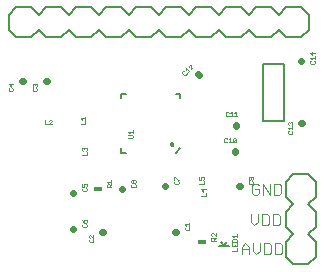
<source format=gto>
G75*
G70*
%OFA0B0*%
%FSLAX24Y24*%
%IPPOS*%
%LPD*%
%AMOC8*
5,1,8,0,0,1.08239X$1,22.5*
%
%ADD10C,0.0030*%
%ADD11C,0.0050*%
%ADD12C,0.0010*%
%ADD13C,0.0220*%
%ADD14R,0.0300X0.0180*%
%ADD15C,0.0080*%
D10*
X008440Y000743D02*
X008440Y000990D01*
X008564Y001114D01*
X008687Y000990D01*
X008687Y000743D01*
X008809Y000867D02*
X008932Y000743D01*
X009056Y000867D01*
X009056Y001114D01*
X009177Y001114D02*
X009362Y001114D01*
X009424Y001052D01*
X009424Y000805D01*
X009362Y000743D01*
X009177Y000743D01*
X009177Y001114D01*
X009545Y001114D02*
X009730Y001114D01*
X009792Y001052D01*
X009792Y000805D01*
X009730Y000743D01*
X009545Y000743D01*
X009545Y001114D01*
X008809Y001114D02*
X008809Y000867D01*
X008687Y000928D02*
X008440Y000928D01*
X008864Y001707D02*
X008987Y001830D01*
X008987Y002077D01*
X009109Y002077D02*
X009294Y002077D01*
X009356Y002016D01*
X009356Y001769D01*
X009294Y001707D01*
X009109Y001707D01*
X009109Y002077D01*
X009477Y002077D02*
X009662Y002077D01*
X009724Y002016D01*
X009724Y001769D01*
X009662Y001707D01*
X009477Y001707D01*
X009477Y002077D01*
X008864Y001707D02*
X008740Y001830D01*
X008740Y002077D01*
X008834Y002731D02*
X008772Y002792D01*
X008772Y003039D01*
X008834Y003101D01*
X008957Y003101D01*
X009019Y003039D01*
X009019Y002916D02*
X008895Y002916D01*
X009019Y002916D02*
X009019Y002792D01*
X008957Y002731D01*
X008834Y002731D01*
X009140Y002731D02*
X009140Y003101D01*
X009387Y002731D01*
X009387Y003101D01*
X009508Y003101D02*
X009694Y003101D01*
X009755Y003039D01*
X009755Y002792D01*
X009694Y002731D01*
X009508Y002731D01*
X009508Y003101D01*
D11*
X009861Y005176D02*
X009152Y005176D01*
X009152Y007105D01*
X009861Y007105D01*
X009861Y005176D01*
X006396Y005944D02*
X006396Y006101D01*
X006239Y006101D01*
X004585Y006101D02*
X004428Y006101D01*
X004428Y005944D01*
X006082Y004408D02*
X006084Y004420D01*
X006089Y004431D01*
X006098Y004440D01*
X006109Y004445D01*
X006121Y004447D01*
X006133Y004445D01*
X006144Y004440D01*
X006153Y004431D01*
X006158Y004420D01*
X006160Y004408D01*
X006158Y004396D01*
X006153Y004385D01*
X006144Y004376D01*
X006133Y004371D01*
X006121Y004369D01*
X006109Y004371D01*
X006098Y004376D01*
X006089Y004385D01*
X006084Y004396D01*
X006082Y004408D01*
X006239Y004133D02*
X006396Y004290D01*
X004585Y004133D02*
X004428Y004133D01*
X004428Y004290D01*
D12*
X004647Y004622D02*
X004781Y004622D01*
X004807Y004649D01*
X004807Y004702D01*
X004781Y004729D01*
X004647Y004729D01*
X004700Y004779D02*
X004647Y004832D01*
X004807Y004832D01*
X004807Y004779D02*
X004807Y004885D01*
X003229Y005091D02*
X003229Y005191D01*
X003229Y005238D02*
X003229Y005338D01*
X003229Y005288D02*
X003079Y005288D01*
X003129Y005238D01*
X003079Y005091D02*
X003229Y005091D01*
X003219Y004303D02*
X003244Y004303D01*
X003269Y004278D01*
X003269Y004228D01*
X003244Y004203D01*
X003269Y004156D02*
X003269Y004055D01*
X003119Y004055D01*
X003144Y004203D02*
X003119Y004228D01*
X003119Y004278D01*
X003144Y004303D01*
X003169Y004303D01*
X003194Y004278D01*
X003219Y004303D01*
X003194Y004278D02*
X003194Y004253D01*
X002118Y005076D02*
X002018Y005076D01*
X002118Y005176D01*
X002118Y005201D01*
X002093Y005226D01*
X002043Y005226D01*
X002018Y005201D01*
X001970Y005076D02*
X001870Y005076D01*
X001870Y005226D01*
X001598Y006189D02*
X001623Y006214D01*
X001623Y006265D01*
X001598Y006290D01*
X001598Y006337D02*
X001623Y006362D01*
X001623Y006412D01*
X001598Y006437D01*
X001573Y006437D01*
X001548Y006412D01*
X001548Y006387D01*
X001548Y006412D02*
X001523Y006437D01*
X001498Y006437D01*
X001473Y006412D01*
X001473Y006362D01*
X001498Y006337D01*
X001498Y006290D02*
X001473Y006265D01*
X001473Y006214D01*
X001498Y006189D01*
X001598Y006189D01*
X000816Y006214D02*
X000816Y006265D01*
X000791Y006290D01*
X000741Y006337D02*
X000741Y006437D01*
X000816Y006412D02*
X000666Y006412D01*
X000741Y006337D01*
X000691Y006290D02*
X000666Y006265D01*
X000666Y006214D01*
X000691Y006189D01*
X000791Y006189D01*
X000816Y006214D01*
X004096Y003220D02*
X004096Y003120D01*
X004096Y003073D02*
X004046Y003023D01*
X004046Y003048D02*
X004046Y002973D01*
X004096Y002973D02*
X003945Y002973D01*
X003945Y003048D01*
X003970Y003073D01*
X004021Y003073D01*
X004046Y003048D01*
X003996Y003120D02*
X003945Y003170D01*
X004096Y003170D01*
X004753Y003145D02*
X004753Y003195D01*
X004778Y003220D01*
X004803Y003220D01*
X004828Y003195D01*
X004828Y003145D01*
X004803Y003120D01*
X004778Y003120D01*
X004753Y003145D01*
X004828Y003145D02*
X004853Y003120D01*
X004878Y003120D01*
X004903Y003145D01*
X004903Y003195D01*
X004878Y003220D01*
X004853Y003220D01*
X004828Y003195D01*
X004878Y003073D02*
X004903Y003048D01*
X004903Y002998D01*
X004878Y002973D01*
X004778Y002973D01*
X004753Y002998D01*
X004753Y003048D01*
X004778Y003073D01*
X006190Y003116D02*
X006215Y003091D01*
X006315Y003091D01*
X006340Y003116D01*
X006340Y003166D01*
X006315Y003191D01*
X006315Y003238D02*
X006340Y003238D01*
X006315Y003238D02*
X006215Y003338D01*
X006190Y003338D01*
X006190Y003238D01*
X006215Y003191D02*
X006190Y003166D01*
X006190Y003116D01*
X007016Y003091D02*
X007166Y003091D01*
X007166Y003191D01*
X007141Y003238D02*
X007166Y003263D01*
X007166Y003313D01*
X007141Y003338D01*
X007091Y003338D01*
X007066Y003313D01*
X007066Y003288D01*
X007091Y003238D01*
X007016Y003238D01*
X007016Y003338D01*
X007158Y002933D02*
X007158Y002833D01*
X007083Y002908D01*
X007233Y002908D01*
X007233Y002786D02*
X007233Y002686D01*
X007083Y002686D01*
X006694Y001803D02*
X006694Y001703D01*
X006694Y001753D02*
X006544Y001753D01*
X006594Y001703D01*
X006569Y001656D02*
X006544Y001630D01*
X006544Y001580D01*
X006569Y001555D01*
X006669Y001555D01*
X006694Y001580D01*
X006694Y001630D01*
X006669Y001656D01*
X007429Y001423D02*
X007429Y001373D01*
X007454Y001348D01*
X007454Y001301D02*
X007429Y001276D01*
X007429Y001201D01*
X007579Y001201D01*
X007529Y001201D02*
X007529Y001276D01*
X007504Y001301D01*
X007454Y001301D01*
X007529Y001251D02*
X007579Y001301D01*
X007579Y001348D02*
X007479Y001449D01*
X007454Y001449D01*
X007429Y001423D01*
X007579Y001449D02*
X007579Y001348D01*
X008131Y001359D02*
X008181Y001309D01*
X008156Y001262D02*
X008131Y001237D01*
X008131Y001162D01*
X008281Y001162D01*
X008281Y001237D01*
X008256Y001262D01*
X008156Y001262D01*
X008131Y001359D02*
X008281Y001359D01*
X008281Y001309D02*
X008281Y001409D01*
X008281Y001114D02*
X008281Y001014D01*
X008131Y001014D01*
X008131Y001114D01*
X008206Y001064D02*
X008206Y001014D01*
X008281Y000967D02*
X008281Y000867D01*
X008131Y000867D01*
X008695Y003091D02*
X008670Y003116D01*
X008670Y003166D01*
X008695Y003191D01*
X008695Y003238D02*
X008720Y003238D01*
X008745Y003263D01*
X008745Y003338D01*
X008795Y003338D02*
X008695Y003338D01*
X008670Y003313D01*
X008670Y003263D01*
X008695Y003238D01*
X008795Y003238D02*
X008820Y003263D01*
X008820Y003313D01*
X008795Y003338D01*
X008795Y003191D02*
X008820Y003166D01*
X008820Y003116D01*
X008795Y003091D01*
X008695Y003091D01*
X008232Y004477D02*
X008182Y004477D01*
X008157Y004502D01*
X008257Y004602D01*
X008257Y004502D01*
X008232Y004477D01*
X008157Y004502D02*
X008157Y004602D01*
X008182Y004627D01*
X008232Y004627D01*
X008257Y004602D01*
X008110Y004477D02*
X008010Y004477D01*
X008060Y004477D02*
X008060Y004627D01*
X008010Y004577D01*
X007963Y004602D02*
X007938Y004627D01*
X007888Y004627D01*
X007863Y004602D01*
X007863Y004502D01*
X007888Y004477D01*
X007938Y004477D01*
X007963Y004502D01*
X007977Y005343D02*
X008002Y005368D01*
X007977Y005343D02*
X007927Y005343D01*
X007902Y005368D01*
X007902Y005468D01*
X007927Y005494D01*
X007977Y005494D01*
X008002Y005468D01*
X008049Y005443D02*
X008099Y005494D01*
X008099Y005343D01*
X008049Y005343D02*
X008149Y005343D01*
X008197Y005343D02*
X008297Y005343D01*
X008247Y005343D02*
X008247Y005494D01*
X008197Y005443D01*
X006721Y006877D02*
X006650Y006806D01*
X006686Y006842D02*
X006580Y006948D01*
X006580Y006877D01*
X006528Y006861D02*
X006493Y006861D01*
X006458Y006826D01*
X006458Y006791D01*
X006528Y006720D01*
X006564Y006720D01*
X006599Y006755D01*
X006599Y006791D01*
X006755Y006910D02*
X006825Y006981D01*
X006755Y006910D02*
X006755Y007052D01*
X006737Y007070D01*
X006701Y007070D01*
X006666Y007034D01*
X006666Y006999D01*
X009976Y005138D02*
X010001Y005163D01*
X010026Y005163D01*
X010051Y005138D01*
X010076Y005163D01*
X010101Y005163D01*
X010126Y005138D01*
X010126Y005088D01*
X010101Y005063D01*
X010126Y005016D02*
X010126Y004916D01*
X010126Y004966D02*
X009976Y004966D01*
X010026Y004916D01*
X010001Y004868D02*
X009976Y004843D01*
X009976Y004793D01*
X010001Y004768D01*
X010101Y004768D01*
X010126Y004793D01*
X010126Y004843D01*
X010101Y004868D01*
X010001Y005063D02*
X009976Y005088D01*
X009976Y005138D01*
X010051Y005138D02*
X010051Y005113D01*
X010742Y007100D02*
X010842Y007100D01*
X010867Y007125D01*
X010867Y007175D01*
X010842Y007200D01*
X010867Y007247D02*
X010867Y007347D01*
X010867Y007297D02*
X010717Y007297D01*
X010767Y007247D01*
X010742Y007200D02*
X010717Y007175D01*
X010717Y007125D01*
X010742Y007100D01*
X010792Y007395D02*
X010717Y007470D01*
X010867Y007470D01*
X010792Y007495D02*
X010792Y007395D01*
X003493Y001397D02*
X003493Y001297D01*
X003393Y001397D01*
X003368Y001397D01*
X003343Y001372D01*
X003343Y001322D01*
X003368Y001297D01*
X003368Y001250D02*
X003343Y001225D01*
X003343Y001175D01*
X003368Y001150D01*
X003468Y001150D01*
X003493Y001175D01*
X003493Y001225D01*
X003468Y001250D01*
X003244Y001654D02*
X003144Y001654D01*
X003119Y001679D01*
X003119Y001729D01*
X003144Y001754D01*
X003194Y001801D02*
X003194Y001876D01*
X003219Y001901D01*
X003244Y001901D01*
X003269Y001876D01*
X003269Y001826D01*
X003244Y001801D01*
X003194Y001801D01*
X003144Y001851D01*
X003119Y001901D01*
X003244Y001754D02*
X003269Y001729D01*
X003269Y001679D01*
X003244Y001654D01*
X003244Y002855D02*
X003144Y002855D01*
X003119Y002880D01*
X003119Y002930D01*
X003144Y002955D01*
X003119Y003002D02*
X003194Y003002D01*
X003169Y003052D01*
X003169Y003077D01*
X003194Y003102D01*
X003244Y003102D01*
X003269Y003077D01*
X003269Y003027D01*
X003244Y003002D01*
X003244Y002955D02*
X003269Y002930D01*
X003269Y002880D01*
X003244Y002855D01*
X003119Y003002D02*
X003119Y003102D01*
D13*
X002826Y001594D02*
X002802Y001594D01*
X003786Y001495D02*
X003810Y001495D01*
X002826Y002794D02*
X002802Y002794D01*
X004436Y002912D02*
X004460Y002912D01*
X005873Y003031D02*
X005897Y003031D01*
X006227Y001495D02*
X006251Y001495D01*
X008353Y003031D02*
X008377Y003031D01*
X008208Y004160D02*
X008208Y004184D01*
X008247Y005026D02*
X008247Y005050D01*
X007014Y006722D02*
X006997Y006739D01*
X010400Y007187D02*
X010424Y007187D01*
X010419Y005113D02*
X010443Y005113D01*
X001940Y006534D02*
X001916Y006534D01*
X001133Y006534D02*
X001109Y006534D01*
D14*
X003641Y002912D03*
X007124Y001141D03*
D15*
X007670Y001034D02*
X007851Y001034D01*
X007759Y001156D01*
X007851Y001034D02*
X008032Y001034D01*
X007937Y001156D02*
X007861Y001041D01*
X009910Y001162D02*
X009910Y000662D01*
X010160Y000412D01*
X010660Y000412D01*
X010910Y000662D01*
X010910Y001162D01*
X010660Y001412D01*
X010910Y001662D01*
X010910Y002162D01*
X010660Y002412D01*
X010910Y002662D01*
X010910Y003162D01*
X010660Y003412D01*
X010160Y003412D01*
X009910Y003162D01*
X009910Y002662D01*
X010160Y002412D01*
X009910Y002162D01*
X009910Y001662D01*
X010160Y001412D01*
X009910Y001162D01*
X009930Y007986D02*
X010430Y007986D01*
X010680Y008236D01*
X010680Y008736D01*
X010430Y008986D01*
X009930Y008986D01*
X009680Y008736D01*
X009430Y008986D01*
X008930Y008986D01*
X008680Y008736D01*
X008430Y008986D01*
X007930Y008986D01*
X007680Y008736D01*
X007430Y008986D01*
X006930Y008986D01*
X006680Y008736D01*
X006430Y008986D01*
X005930Y008986D01*
X005680Y008736D01*
X005430Y008986D01*
X004930Y008986D01*
X004680Y008736D01*
X004430Y008986D01*
X003930Y008986D01*
X003680Y008736D01*
X003430Y008986D01*
X002930Y008986D01*
X002680Y008736D01*
X002430Y008986D01*
X001930Y008986D01*
X001680Y008736D01*
X001430Y008986D01*
X000930Y008986D01*
X000680Y008736D01*
X000680Y008236D01*
X000930Y007986D01*
X001430Y007986D01*
X001680Y008236D01*
X001930Y007986D01*
X002430Y007986D01*
X002680Y008236D01*
X002930Y007986D01*
X003430Y007986D01*
X003680Y008236D01*
X003930Y007986D01*
X004430Y007986D01*
X004680Y008236D01*
X004930Y007986D01*
X005430Y007986D01*
X005680Y008236D01*
X005930Y007986D01*
X006430Y007986D01*
X006680Y008236D01*
X006930Y007986D01*
X007430Y007986D01*
X007680Y008236D01*
X007930Y007986D01*
X008430Y007986D01*
X008680Y008236D01*
X008930Y007986D01*
X009430Y007986D01*
X009680Y008236D01*
X009930Y007986D01*
M02*

</source>
